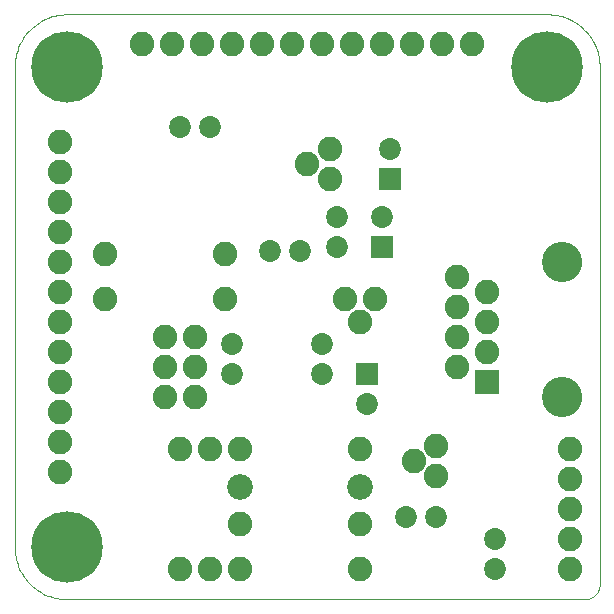
<source format=gbs>
G75*
G70*
%OFA0B0*%
%FSLAX24Y24*%
%IPPOS*%
%LPD*%
%AMOC8*
5,1,8,0,0,1.08239X$1,22.5*
%
%ADD10C,0.0000*%
%ADD11C,0.0820*%
%ADD12R,0.0820X0.0820*%
%ADD13C,0.1340*%
%ADD14C,0.0730*%
%ADD15C,0.2380*%
%ADD16R,0.0730X0.0730*%
%ADD17C,0.0860*%
D10*
X002925Y001175D02*
X020175Y001175D01*
X020219Y001177D01*
X020262Y001183D01*
X020304Y001192D01*
X020346Y001205D01*
X020386Y001222D01*
X020425Y001242D01*
X020462Y001265D01*
X020496Y001292D01*
X020529Y001321D01*
X020558Y001354D01*
X020585Y001388D01*
X020608Y001425D01*
X020628Y001464D01*
X020645Y001504D01*
X020658Y001546D01*
X020667Y001588D01*
X020673Y001631D01*
X020675Y001675D01*
X020675Y018925D01*
X020673Y019008D01*
X020667Y019091D01*
X020657Y019174D01*
X020643Y019256D01*
X020626Y019338D01*
X020604Y019418D01*
X020579Y019497D01*
X020550Y019575D01*
X020517Y019652D01*
X020480Y019727D01*
X020441Y019800D01*
X020397Y019871D01*
X020351Y019940D01*
X020301Y020007D01*
X020248Y020071D01*
X020192Y020133D01*
X020133Y020192D01*
X020071Y020248D01*
X020007Y020301D01*
X019940Y020351D01*
X019871Y020397D01*
X019800Y020441D01*
X019727Y020480D01*
X019652Y020517D01*
X019575Y020550D01*
X019497Y020579D01*
X019418Y020604D01*
X019338Y020626D01*
X019256Y020643D01*
X019174Y020657D01*
X019091Y020667D01*
X019008Y020673D01*
X018925Y020675D01*
X002925Y020675D01*
X002842Y020673D01*
X002759Y020667D01*
X002676Y020657D01*
X002594Y020643D01*
X002512Y020626D01*
X002432Y020604D01*
X002353Y020579D01*
X002275Y020550D01*
X002198Y020517D01*
X002123Y020480D01*
X002050Y020441D01*
X001979Y020397D01*
X001910Y020351D01*
X001843Y020301D01*
X001779Y020248D01*
X001717Y020192D01*
X001658Y020133D01*
X001602Y020071D01*
X001549Y020007D01*
X001499Y019940D01*
X001453Y019871D01*
X001409Y019800D01*
X001370Y019727D01*
X001333Y019652D01*
X001300Y019575D01*
X001271Y019497D01*
X001246Y019418D01*
X001224Y019338D01*
X001207Y019256D01*
X001193Y019174D01*
X001183Y019091D01*
X001177Y019008D01*
X001175Y018925D01*
X001175Y002925D01*
X001177Y002842D01*
X001183Y002759D01*
X001193Y002676D01*
X001207Y002594D01*
X001224Y002512D01*
X001246Y002432D01*
X001271Y002353D01*
X001300Y002275D01*
X001333Y002198D01*
X001370Y002123D01*
X001409Y002050D01*
X001453Y001979D01*
X001499Y001910D01*
X001549Y001843D01*
X001602Y001779D01*
X001658Y001717D01*
X001717Y001658D01*
X001779Y001602D01*
X001843Y001549D01*
X001910Y001499D01*
X001979Y001453D01*
X002050Y001409D01*
X002123Y001370D01*
X002198Y001333D01*
X002275Y001300D01*
X002353Y001271D01*
X002432Y001246D01*
X002512Y001224D01*
X002594Y001207D01*
X002676Y001193D01*
X002759Y001183D01*
X002842Y001177D01*
X002925Y001175D01*
X018795Y007925D02*
X018797Y007975D01*
X018803Y008025D01*
X018813Y008074D01*
X018827Y008122D01*
X018844Y008169D01*
X018865Y008214D01*
X018890Y008258D01*
X018918Y008299D01*
X018950Y008338D01*
X018984Y008375D01*
X019021Y008409D01*
X019061Y008439D01*
X019103Y008466D01*
X019147Y008490D01*
X019193Y008511D01*
X019240Y008527D01*
X019288Y008540D01*
X019338Y008549D01*
X019387Y008554D01*
X019438Y008555D01*
X019488Y008552D01*
X019537Y008545D01*
X019586Y008534D01*
X019634Y008519D01*
X019680Y008501D01*
X019725Y008479D01*
X019768Y008453D01*
X019809Y008424D01*
X019848Y008392D01*
X019884Y008357D01*
X019916Y008319D01*
X019946Y008279D01*
X019973Y008236D01*
X019996Y008192D01*
X020015Y008146D01*
X020031Y008098D01*
X020043Y008049D01*
X020051Y008000D01*
X020055Y007950D01*
X020055Y007900D01*
X020051Y007850D01*
X020043Y007801D01*
X020031Y007752D01*
X020015Y007704D01*
X019996Y007658D01*
X019973Y007614D01*
X019946Y007571D01*
X019916Y007531D01*
X019884Y007493D01*
X019848Y007458D01*
X019809Y007426D01*
X019768Y007397D01*
X019725Y007371D01*
X019680Y007349D01*
X019634Y007331D01*
X019586Y007316D01*
X019537Y007305D01*
X019488Y007298D01*
X019438Y007295D01*
X019387Y007296D01*
X019338Y007301D01*
X019288Y007310D01*
X019240Y007323D01*
X019193Y007339D01*
X019147Y007360D01*
X019103Y007384D01*
X019061Y007411D01*
X019021Y007441D01*
X018984Y007475D01*
X018950Y007512D01*
X018918Y007551D01*
X018890Y007592D01*
X018865Y007636D01*
X018844Y007681D01*
X018827Y007728D01*
X018813Y007776D01*
X018803Y007825D01*
X018797Y007875D01*
X018795Y007925D01*
X018795Y012425D02*
X018797Y012475D01*
X018803Y012525D01*
X018813Y012574D01*
X018827Y012622D01*
X018844Y012669D01*
X018865Y012714D01*
X018890Y012758D01*
X018918Y012799D01*
X018950Y012838D01*
X018984Y012875D01*
X019021Y012909D01*
X019061Y012939D01*
X019103Y012966D01*
X019147Y012990D01*
X019193Y013011D01*
X019240Y013027D01*
X019288Y013040D01*
X019338Y013049D01*
X019387Y013054D01*
X019438Y013055D01*
X019488Y013052D01*
X019537Y013045D01*
X019586Y013034D01*
X019634Y013019D01*
X019680Y013001D01*
X019725Y012979D01*
X019768Y012953D01*
X019809Y012924D01*
X019848Y012892D01*
X019884Y012857D01*
X019916Y012819D01*
X019946Y012779D01*
X019973Y012736D01*
X019996Y012692D01*
X020015Y012646D01*
X020031Y012598D01*
X020043Y012549D01*
X020051Y012500D01*
X020055Y012450D01*
X020055Y012400D01*
X020051Y012350D01*
X020043Y012301D01*
X020031Y012252D01*
X020015Y012204D01*
X019996Y012158D01*
X019973Y012114D01*
X019946Y012071D01*
X019916Y012031D01*
X019884Y011993D01*
X019848Y011958D01*
X019809Y011926D01*
X019768Y011897D01*
X019725Y011871D01*
X019680Y011849D01*
X019634Y011831D01*
X019586Y011816D01*
X019537Y011805D01*
X019488Y011798D01*
X019438Y011795D01*
X019387Y011796D01*
X019338Y011801D01*
X019288Y011810D01*
X019240Y011823D01*
X019193Y011839D01*
X019147Y011860D01*
X019103Y011884D01*
X019061Y011911D01*
X019021Y011941D01*
X018984Y011975D01*
X018950Y012012D01*
X018918Y012051D01*
X018890Y012092D01*
X018865Y012136D01*
X018844Y012181D01*
X018827Y012228D01*
X018813Y012276D01*
X018803Y012325D01*
X018797Y012375D01*
X018795Y012425D01*
D11*
X016925Y011425D03*
X016925Y010425D03*
X016925Y009425D03*
X015925Y008925D03*
X015925Y009925D03*
X015925Y010925D03*
X015925Y011925D03*
X013175Y011175D03*
X012675Y010425D03*
X012175Y011175D03*
X008175Y011175D03*
X007175Y009925D03*
X007175Y008925D03*
X007175Y007925D03*
X006175Y007925D03*
X006175Y008925D03*
X006175Y009925D03*
X004175Y011175D03*
X002675Y011425D03*
X002675Y012425D03*
X002675Y013425D03*
X002675Y014425D03*
X002675Y015425D03*
X002675Y016425D03*
X005425Y019675D03*
X006425Y019675D03*
X007425Y019675D03*
X008425Y019675D03*
X009425Y019675D03*
X010425Y019675D03*
X011425Y019675D03*
X012425Y019675D03*
X013425Y019675D03*
X014425Y019675D03*
X015425Y019675D03*
X016425Y019675D03*
X011675Y016175D03*
X010925Y015675D03*
X011675Y015175D03*
X008175Y012675D03*
X004175Y012675D03*
X002675Y010425D03*
X002675Y009425D03*
X002675Y008425D03*
X002675Y007425D03*
X002675Y006425D03*
X002675Y005425D03*
X006675Y006175D03*
X007675Y006175D03*
X008675Y006175D03*
X008675Y003675D03*
X008675Y002175D03*
X007675Y002175D03*
X006675Y002175D03*
X012675Y002175D03*
X012675Y003675D03*
X014475Y005775D03*
X015225Y005275D03*
X015225Y006275D03*
X012675Y006175D03*
X019675Y006175D03*
X019675Y005175D03*
X019675Y004175D03*
X019675Y003175D03*
X019675Y002175D03*
D12*
X016925Y008425D03*
D13*
X019425Y007925D03*
X019425Y012425D03*
D14*
X013675Y016175D03*
X013425Y013925D03*
X011925Y013925D03*
X011925Y012925D03*
X010675Y012775D03*
X009675Y012775D03*
X008425Y009675D03*
X008425Y008675D03*
X011425Y008675D03*
X011425Y009675D03*
X012925Y007675D03*
X014225Y003925D03*
X015225Y003925D03*
X017175Y003175D03*
X017175Y002175D03*
X007675Y016925D03*
X006675Y016925D03*
D15*
X002925Y018925D03*
X018925Y018925D03*
X002925Y002925D03*
D16*
X012925Y008675D03*
X013425Y012925D03*
X013675Y015175D03*
D17*
X012675Y004925D03*
X008675Y004925D03*
M02*

</source>
